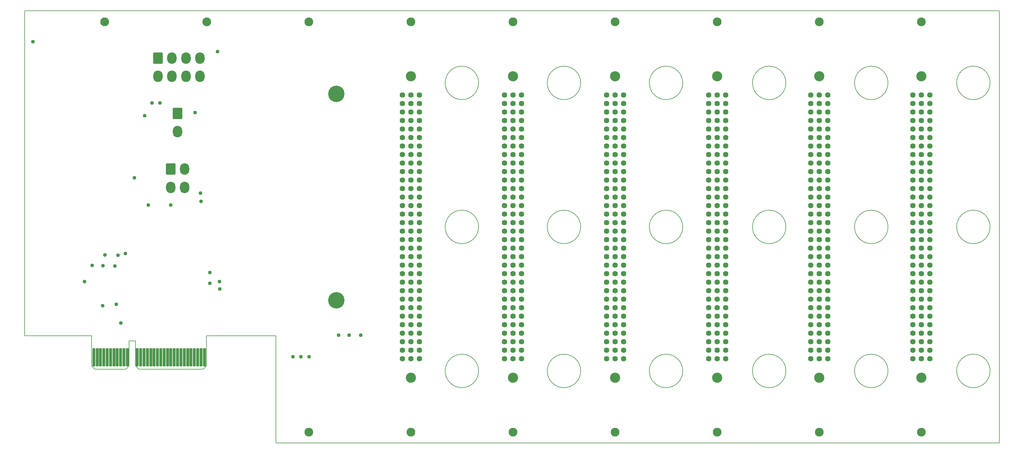
<source format=gbr>
G04 #@! TF.GenerationSoftware,KiCad,Pcbnew,6.0.7-f9a2dced07~116~ubuntu22.04.1*
G04 #@! TF.CreationDate,2023-05-31T10:56:10+01:00*
G04 #@! TF.ProjectId,hiltop_backplane_brd,68696c74-6f70-45f6-9261-636b706c616e,A*
G04 #@! TF.SameCoordinates,Original*
G04 #@! TF.FileFunction,Soldermask,Bot*
G04 #@! TF.FilePolarity,Negative*
%FSLAX46Y46*%
G04 Gerber Fmt 4.6, Leading zero omitted, Abs format (unit mm)*
G04 Created by KiCad (PCBNEW 6.0.7-f9a2dced07~116~ubuntu22.04.1) date 2023-05-31 10:56:10*
%MOMM*%
%LPD*%
G01*
G04 APERTURE LIST*
G04 Aperture macros list*
%AMRoundRect*
0 Rectangle with rounded corners*
0 $1 Rounding radius*
0 $2 $3 $4 $5 $6 $7 $8 $9 X,Y pos of 4 corners*
0 Add a 4 corners polygon primitive as box body*
4,1,4,$2,$3,$4,$5,$6,$7,$8,$9,$2,$3,0*
0 Add four circle primitives for the rounded corners*
1,1,$1+$1,$2,$3*
1,1,$1+$1,$4,$5*
1,1,$1+$1,$6,$7*
1,1,$1+$1,$8,$9*
0 Add four rect primitives between the rounded corners*
20,1,$1+$1,$2,$3,$4,$5,0*
20,1,$1+$1,$4,$5,$6,$7,0*
20,1,$1+$1,$6,$7,$8,$9,0*
20,1,$1+$1,$8,$9,$2,$3,0*%
G04 Aperture macros list end*
G04 #@! TA.AperFunction,Profile*
%ADD10C,0.150000*%
G04 #@! TD*
%ADD11C,3.020680*%
%ADD12C,1.621140*%
%ADD13RoundRect,0.310001X-1.099999X-1.399999X1.099999X-1.399999X1.099999X1.399999X-1.099999X1.399999X0*%
%ADD14O,2.820000X3.420000*%
%ADD15RoundRect,0.060000X-0.375000X-2.650000X0.375000X-2.650000X0.375000X2.650000X-0.375000X2.650000X0*%
%ADD16C,1.120000*%
%ADD17C,2.620000*%
%ADD18C,4.900000*%
G04 APERTURE END LIST*
D10*
X179840000Y-50700000D02*
G75*
G03*
X179840000Y-50700000I-5000000J0D01*
G01*
X210320000Y-50700000D02*
G75*
G03*
X210320000Y-50700000I-5000000J0D01*
G01*
X240800000Y-50700000D02*
G75*
G03*
X240800000Y-50700000I-5000000J0D01*
G01*
X210320000Y-93700000D02*
G75*
G03*
X210320000Y-93700000I-5000000J0D01*
G01*
X240800000Y-93700000D02*
G75*
G03*
X240800000Y-93700000I-5000000J0D01*
G01*
X179840000Y-136700000D02*
G75*
G03*
X179840000Y-136700000I-5000000J0D01*
G01*
X210320000Y-136700000D02*
G75*
G03*
X210320000Y-136700000I-5000000J0D01*
G01*
X240800000Y-136700000D02*
G75*
G03*
X240800000Y-136700000I-5000000J0D01*
G01*
X179840000Y-93700000D02*
G75*
G03*
X179840000Y-93700000I-5000000J0D01*
G01*
X271600000Y-136700000D02*
G75*
G03*
X271600000Y-136700000I-5000000J0D01*
G01*
X65300000Y-136200000D02*
X74500000Y-136200000D01*
X75500000Y-135200000D02*
X75500000Y-127700000D01*
X98600000Y-126200000D02*
X119300000Y-126200000D01*
X302080000Y-136700000D02*
G75*
G03*
X302080000Y-136700000I-5000000J0D01*
G01*
X332560000Y-93700000D02*
G75*
G03*
X332560000Y-93700000I-5000000J0D01*
G01*
X75500000Y-135200000D02*
X74500000Y-136200000D01*
X97600000Y-136200000D02*
X98600000Y-135200000D01*
X332560000Y-50700000D02*
G75*
G03*
X332560000Y-50700000I-5000000J0D01*
G01*
X271600000Y-50700000D02*
G75*
G03*
X271600000Y-50700000I-5000000J0D01*
G01*
X302080000Y-93700000D02*
G75*
G03*
X302080000Y-93700000I-5000000J0D01*
G01*
X44300000Y-29200000D02*
X335300000Y-29200000D01*
X64300000Y-135200000D02*
X64300000Y-126200000D01*
X271600000Y-93700000D02*
G75*
G03*
X271600000Y-93700000I-5000000J0D01*
G01*
X332560000Y-136700000D02*
G75*
G03*
X332560000Y-136700000I-5000000J0D01*
G01*
X77400000Y-135200000D02*
X78400000Y-136200000D01*
X119300000Y-136200000D02*
X119300000Y-158200000D01*
X44300000Y-126200000D02*
X44300000Y-29200000D01*
X119300000Y-126200000D02*
X119300000Y-136200000D01*
X78400000Y-136200000D02*
X97600000Y-136200000D01*
X64300000Y-135200000D02*
X65300000Y-136200000D01*
X75500000Y-127700000D02*
X77400000Y-127700000D01*
X98600000Y-135200000D02*
X98600000Y-127700000D01*
X335300000Y-29200000D02*
X335300000Y-158200000D01*
X302080000Y-50700000D02*
G75*
G03*
X302080000Y-50700000I-5000000J0D01*
G01*
X98600000Y-127700000D02*
X98600000Y-126200000D01*
X335300000Y-158200000D02*
X119300000Y-158200000D01*
X77400000Y-127700000D02*
X77400000Y-135200000D01*
X64300000Y-126200000D02*
X44300000Y-126200000D01*
X179840000Y-50700000D02*
G75*
G03*
X179840000Y-50700000I-5000000J0D01*
G01*
X210320000Y-50700000D02*
G75*
G03*
X210320000Y-50700000I-5000000J0D01*
G01*
X240800000Y-50700000D02*
G75*
G03*
X240800000Y-50700000I-5000000J0D01*
G01*
X210320000Y-93700000D02*
G75*
G03*
X210320000Y-93700000I-5000000J0D01*
G01*
X240800000Y-93700000D02*
G75*
G03*
X240800000Y-93700000I-5000000J0D01*
G01*
X179840000Y-136700000D02*
G75*
G03*
X179840000Y-136700000I-5000000J0D01*
G01*
X210320000Y-136700000D02*
G75*
G03*
X210320000Y-136700000I-5000000J0D01*
G01*
X240800000Y-136700000D02*
G75*
G03*
X240800000Y-136700000I-5000000J0D01*
G01*
X179840000Y-93700000D02*
G75*
G03*
X179840000Y-93700000I-5000000J0D01*
G01*
X271600000Y-136700000D02*
G75*
G03*
X271600000Y-136700000I-5000000J0D01*
G01*
X65300000Y-136200000D02*
X74500000Y-136200000D01*
X75500000Y-135200000D02*
X75500000Y-127700000D01*
X98600000Y-126200000D02*
X119300000Y-126200000D01*
X302080000Y-136700000D02*
G75*
G03*
X302080000Y-136700000I-5000000J0D01*
G01*
X332560000Y-93700000D02*
G75*
G03*
X332560000Y-93700000I-5000000J0D01*
G01*
X75500000Y-135200000D02*
X74500000Y-136200000D01*
X97600000Y-136200000D02*
X98600000Y-135200000D01*
X332560000Y-50700000D02*
G75*
G03*
X332560000Y-50700000I-5000000J0D01*
G01*
X271600000Y-50700000D02*
G75*
G03*
X271600000Y-50700000I-5000000J0D01*
G01*
X302080000Y-93700000D02*
G75*
G03*
X302080000Y-93700000I-5000000J0D01*
G01*
X44300000Y-29200000D02*
X335300000Y-29200000D01*
X64300000Y-135200000D02*
X64300000Y-126200000D01*
X271600000Y-93700000D02*
G75*
G03*
X271600000Y-93700000I-5000000J0D01*
G01*
X332560000Y-136700000D02*
G75*
G03*
X332560000Y-136700000I-5000000J0D01*
G01*
X77400000Y-135200000D02*
X78400000Y-136200000D01*
X119300000Y-136200000D02*
X119300000Y-158200000D01*
X44300000Y-126200000D02*
X44300000Y-29200000D01*
X119300000Y-126200000D02*
X119300000Y-136200000D01*
X78400000Y-136200000D02*
X97600000Y-136200000D01*
X64300000Y-135200000D02*
X65300000Y-136200000D01*
X75500000Y-127700000D02*
X77400000Y-127700000D01*
X98600000Y-135200000D02*
X98600000Y-127700000D01*
X335300000Y-29200000D02*
X335300000Y-158200000D01*
X302080000Y-50700000D02*
G75*
G03*
X302080000Y-50700000I-5000000J0D01*
G01*
X98600000Y-127700000D02*
X98600000Y-126200000D01*
X335300000Y-158200000D02*
X119300000Y-158200000D01*
X77400000Y-127700000D02*
X77400000Y-135200000D01*
X64300000Y-126200000D02*
X44300000Y-126200000D01*
D11*
X159600000Y-48703900D03*
X159600000Y-138696100D03*
D12*
X157060000Y-54330000D03*
X159600000Y-54330000D03*
X162140000Y-54330000D03*
X157060000Y-56870000D03*
X159600000Y-56870000D03*
X162140000Y-56870000D03*
X157060000Y-59410000D03*
X159600000Y-59410000D03*
X162140000Y-59410000D03*
X157060000Y-61950000D03*
X159600000Y-61950000D03*
X162140000Y-61950000D03*
X157060000Y-64490000D03*
X159600000Y-64490000D03*
X162140000Y-64490000D03*
X157060000Y-67030000D03*
X159600000Y-67030000D03*
X162140000Y-67030000D03*
X157060000Y-69570000D03*
X159600000Y-69570000D03*
X162140000Y-69570000D03*
X157060000Y-72110000D03*
X159600000Y-72110000D03*
X162140000Y-72110000D03*
X157060000Y-74650000D03*
X159600000Y-74650000D03*
X162140000Y-74650000D03*
X157060000Y-77190000D03*
X159600000Y-77190000D03*
X162140000Y-77190000D03*
X157060000Y-79730000D03*
X159600000Y-79730000D03*
X162140000Y-79730000D03*
X157060000Y-82270000D03*
X159600000Y-82270000D03*
X162140000Y-82270000D03*
X157060000Y-84810000D03*
X159600000Y-84810000D03*
X162140000Y-84810000D03*
X157060000Y-87350000D03*
X159600000Y-87350000D03*
X162140000Y-87350000D03*
X157060000Y-89890000D03*
X159600000Y-89890000D03*
X162140000Y-89890000D03*
X157060000Y-92430000D03*
X159600000Y-92430000D03*
X162140000Y-92430000D03*
X157060000Y-94970000D03*
X159600000Y-94970000D03*
X162140000Y-94970000D03*
X157060000Y-97510000D03*
X159600000Y-97510000D03*
X162140000Y-97510000D03*
X157060000Y-100050000D03*
X159600000Y-100050000D03*
X162140000Y-100050000D03*
X157060000Y-102590000D03*
X159600000Y-102590000D03*
X162140000Y-102590000D03*
X157060000Y-105130000D03*
X159600000Y-105130000D03*
X162140000Y-105130000D03*
X157060000Y-107670000D03*
X159600000Y-107670000D03*
X162140000Y-107670000D03*
X157060000Y-110210000D03*
X159600000Y-110210000D03*
X162140000Y-110210000D03*
X157060000Y-112750000D03*
X159600000Y-112750000D03*
X162140000Y-112750000D03*
X157060000Y-115290000D03*
X159600000Y-115290000D03*
X162140000Y-115290000D03*
X157060000Y-117830000D03*
X159600000Y-117830000D03*
X162140000Y-117830000D03*
X157060000Y-120370000D03*
X159600000Y-120370000D03*
X162140000Y-120370000D03*
X157060000Y-122910000D03*
X159600000Y-122910000D03*
X162140000Y-122910000D03*
X157060000Y-125450000D03*
X159600000Y-125450000D03*
X162140000Y-125450000D03*
X157060000Y-127990000D03*
X159600000Y-127990000D03*
X162140000Y-127990000D03*
X157060000Y-130530000D03*
X159600000Y-130530000D03*
X162140000Y-130530000D03*
X157060000Y-133070000D03*
X159600000Y-133070000D03*
X162140000Y-133070000D03*
D11*
X190080000Y-138696100D03*
X190080000Y-48703900D03*
D12*
X187540000Y-54330000D03*
X190080000Y-54330000D03*
X192620000Y-54330000D03*
X187540000Y-56870000D03*
X190080000Y-56870000D03*
X192620000Y-56870000D03*
X187540000Y-59410000D03*
X190080000Y-59410000D03*
X192620000Y-59410000D03*
X187540000Y-61950000D03*
X190080000Y-61950000D03*
X192620000Y-61950000D03*
X187540000Y-64490000D03*
X190080000Y-64490000D03*
X192620000Y-64490000D03*
X187540000Y-67030000D03*
X190080000Y-67030000D03*
X192620000Y-67030000D03*
X187540000Y-69570000D03*
X190080000Y-69570000D03*
X192620000Y-69570000D03*
X187540000Y-72110000D03*
X190080000Y-72110000D03*
X192620000Y-72110000D03*
X187540000Y-74650000D03*
X190080000Y-74650000D03*
X192620000Y-74650000D03*
X187540000Y-77190000D03*
X190080000Y-77190000D03*
X192620000Y-77190000D03*
X187540000Y-79730000D03*
X190080000Y-79730000D03*
X192620000Y-79730000D03*
X187540000Y-82270000D03*
X190080000Y-82270000D03*
X192620000Y-82270000D03*
X187540000Y-84810000D03*
X190080000Y-84810000D03*
X192620000Y-84810000D03*
X187540000Y-87350000D03*
X190080000Y-87350000D03*
X192620000Y-87350000D03*
X187540000Y-89890000D03*
X190080000Y-89890000D03*
X192620000Y-89890000D03*
X187540000Y-92430000D03*
X190080000Y-92430000D03*
X192620000Y-92430000D03*
X187540000Y-94970000D03*
X190080000Y-94970000D03*
X192620000Y-94970000D03*
X187540000Y-97510000D03*
X190080000Y-97510000D03*
X192620000Y-97510000D03*
X187540000Y-100050000D03*
X190080000Y-100050000D03*
X192620000Y-100050000D03*
X187540000Y-102590000D03*
X190080000Y-102590000D03*
X192620000Y-102590000D03*
X187540000Y-105130000D03*
X190080000Y-105130000D03*
X192620000Y-105130000D03*
X187540000Y-107670000D03*
X190080000Y-107670000D03*
X192620000Y-107670000D03*
X187540000Y-110210000D03*
X190080000Y-110210000D03*
X192620000Y-110210000D03*
X187540000Y-112750000D03*
X190080000Y-112750000D03*
X192620000Y-112750000D03*
X187540000Y-115290000D03*
X190080000Y-115290000D03*
X192620000Y-115290000D03*
X187540000Y-117830000D03*
X190080000Y-117830000D03*
X192620000Y-117830000D03*
X187540000Y-120370000D03*
X190080000Y-120370000D03*
X192620000Y-120370000D03*
X187540000Y-122910000D03*
X190080000Y-122910000D03*
X192620000Y-122910000D03*
X187540000Y-125450000D03*
X190080000Y-125450000D03*
X192620000Y-125450000D03*
X187540000Y-127990000D03*
X190080000Y-127990000D03*
X192620000Y-127990000D03*
X187540000Y-130530000D03*
X190080000Y-130530000D03*
X192620000Y-130530000D03*
X187540000Y-133070000D03*
X190080000Y-133070000D03*
X192620000Y-133070000D03*
D11*
X220560000Y-48703900D03*
X220560000Y-138696100D03*
D12*
X218020000Y-54330000D03*
X220560000Y-54330000D03*
X223100000Y-54330000D03*
X218020000Y-56870000D03*
X220560000Y-56870000D03*
X223100000Y-56870000D03*
X218020000Y-59410000D03*
X220560000Y-59410000D03*
X223100000Y-59410000D03*
X218020000Y-61950000D03*
X220560000Y-61950000D03*
X223100000Y-61950000D03*
X218020000Y-64490000D03*
X220560000Y-64490000D03*
X223100000Y-64490000D03*
X218020000Y-67030000D03*
X220560000Y-67030000D03*
X223100000Y-67030000D03*
X218020000Y-69570000D03*
X220560000Y-69570000D03*
X223100000Y-69570000D03*
X218020000Y-72110000D03*
X220560000Y-72110000D03*
X223100000Y-72110000D03*
X218020000Y-74650000D03*
X220560000Y-74650000D03*
X223100000Y-74650000D03*
X218020000Y-77190000D03*
X220560000Y-77190000D03*
X223100000Y-77190000D03*
X218020000Y-79730000D03*
X220560000Y-79730000D03*
X223100000Y-79730000D03*
X218020000Y-82270000D03*
X220560000Y-82270000D03*
X223100000Y-82270000D03*
X218020000Y-84810000D03*
X220560000Y-84810000D03*
X223100000Y-84810000D03*
X218020000Y-87350000D03*
X220560000Y-87350000D03*
X223100000Y-87350000D03*
X218020000Y-89890000D03*
X220560000Y-89890000D03*
X223100000Y-89890000D03*
X218020000Y-92430000D03*
X220560000Y-92430000D03*
X223100000Y-92430000D03*
X218020000Y-94970000D03*
X220560000Y-94970000D03*
X223100000Y-94970000D03*
X218020000Y-97510000D03*
X220560000Y-97510000D03*
X223100000Y-97510000D03*
X218020000Y-100050000D03*
X220560000Y-100050000D03*
X223100000Y-100050000D03*
X218020000Y-102590000D03*
X220560000Y-102590000D03*
X223100000Y-102590000D03*
X218020000Y-105130000D03*
X220560000Y-105130000D03*
X223100000Y-105130000D03*
X218020000Y-107670000D03*
X220560000Y-107670000D03*
X223100000Y-107670000D03*
X218020000Y-110210000D03*
X220560000Y-110210000D03*
X223100000Y-110210000D03*
X218020000Y-112750000D03*
X220560000Y-112750000D03*
X223100000Y-112750000D03*
X218020000Y-115290000D03*
X220560000Y-115290000D03*
X223100000Y-115290000D03*
X218020000Y-117830000D03*
X220560000Y-117830000D03*
X223100000Y-117830000D03*
X218020000Y-120370000D03*
X220560000Y-120370000D03*
X223100000Y-120370000D03*
X218020000Y-122910000D03*
X220560000Y-122910000D03*
X223100000Y-122910000D03*
X218020000Y-125450000D03*
X220560000Y-125450000D03*
X223100000Y-125450000D03*
X218020000Y-127990000D03*
X220560000Y-127990000D03*
X223100000Y-127990000D03*
X218020000Y-130530000D03*
X220560000Y-130530000D03*
X223100000Y-130530000D03*
X218020000Y-133070000D03*
X220560000Y-133070000D03*
X223100000Y-133070000D03*
D13*
X84074000Y-43268000D03*
D14*
X88274000Y-43268000D03*
X92474000Y-43268000D03*
X96674000Y-43268000D03*
X84074000Y-48768000D03*
X88274000Y-48768000D03*
X92474000Y-48768000D03*
X96674000Y-48768000D03*
D13*
X89916000Y-59778000D03*
D14*
X89916000Y-65278000D03*
D13*
X87884000Y-76454000D03*
D14*
X92084000Y-76454000D03*
X87884000Y-81954000D03*
X92084000Y-81954000D03*
D15*
X64954000Y-132600000D03*
X65954000Y-132600000D03*
X66954000Y-132600000D03*
X67954000Y-132600000D03*
X68954000Y-132600000D03*
X69954000Y-132600000D03*
X70954000Y-132600000D03*
X71954000Y-132600000D03*
X72954000Y-132600000D03*
X73954000Y-132600000D03*
X74954000Y-132600000D03*
X77954000Y-132600000D03*
X78954000Y-132600000D03*
X79954000Y-132600000D03*
X80954000Y-132600000D03*
X81954000Y-132600000D03*
X82954000Y-132600000D03*
X83954000Y-132600000D03*
X84954000Y-132600000D03*
X85954000Y-132600000D03*
X86954000Y-132600000D03*
X87954000Y-132600000D03*
X88954000Y-132600000D03*
X89954000Y-132600000D03*
X90954000Y-132600000D03*
X91954000Y-132600000D03*
X92954000Y-132600000D03*
X93954000Y-132600000D03*
X94954000Y-132600000D03*
X95954000Y-132600000D03*
X96954000Y-132600000D03*
X97954000Y-132600000D03*
D16*
X67600000Y-117200000D03*
X71700000Y-116800000D03*
X62200000Y-110000000D03*
X73000000Y-122400000D03*
X138000000Y-126000000D03*
X141200000Y-126000000D03*
X144600000Y-126000000D03*
X68300000Y-102100000D03*
X67700000Y-105300000D03*
X64500000Y-105200000D03*
X71200000Y-105400000D03*
X102600000Y-112200000D03*
X102500000Y-110000000D03*
X99600000Y-110500000D03*
X77090000Y-79040000D03*
X99600000Y-107300000D03*
X81200000Y-87200000D03*
X72130000Y-102140000D03*
X74350000Y-101620000D03*
X46800000Y-38400000D03*
X101900000Y-41400000D03*
X95200000Y-59600000D03*
X82300000Y-56700000D03*
X84700000Y-56700000D03*
X80120000Y-60470000D03*
X87900000Y-87200000D03*
X96800000Y-83600000D03*
X97010000Y-86030000D03*
D17*
X312000000Y-32450000D03*
X129120000Y-32450000D03*
X281520000Y-32450000D03*
X129120000Y-154950000D03*
X159600000Y-154950000D03*
X98640000Y-32450000D03*
X220560000Y-154950000D03*
X190080000Y-32450000D03*
X220560000Y-32450000D03*
D16*
X124400000Y-132500000D03*
D17*
X251040000Y-32450000D03*
D11*
X251040000Y-138696100D03*
X251040000Y-48703900D03*
D12*
X248500000Y-54330000D03*
X251040000Y-54330000D03*
X253580000Y-54330000D03*
X248500000Y-56870000D03*
X251040000Y-56870000D03*
X253580000Y-56870000D03*
X248500000Y-59410000D03*
X251040000Y-59410000D03*
X253580000Y-59410000D03*
X248500000Y-61950000D03*
X251040000Y-61950000D03*
X253580000Y-61950000D03*
X248500000Y-64490000D03*
X251040000Y-64490000D03*
X253580000Y-64490000D03*
X248500000Y-67030000D03*
X251040000Y-67030000D03*
X253580000Y-67030000D03*
X248500000Y-69570000D03*
X251040000Y-69570000D03*
X253580000Y-69570000D03*
X248500000Y-72110000D03*
X251040000Y-72110000D03*
X253580000Y-72110000D03*
X248500000Y-74650000D03*
X251040000Y-74650000D03*
X253580000Y-74650000D03*
X248500000Y-77190000D03*
X251040000Y-77190000D03*
X253580000Y-77190000D03*
X248500000Y-79730000D03*
X251040000Y-79730000D03*
X253580000Y-79730000D03*
X248500000Y-82270000D03*
X251040000Y-82270000D03*
X253580000Y-82270000D03*
X248500000Y-84810000D03*
X251040000Y-84810000D03*
X253580000Y-84810000D03*
X248500000Y-87350000D03*
X251040000Y-87350000D03*
X253580000Y-87350000D03*
X248500000Y-89890000D03*
X251040000Y-89890000D03*
X253580000Y-89890000D03*
X248500000Y-92430000D03*
X251040000Y-92430000D03*
X253580000Y-92430000D03*
X248500000Y-94970000D03*
X251040000Y-94970000D03*
X253580000Y-94970000D03*
X248500000Y-97510000D03*
X251040000Y-97510000D03*
X253580000Y-97510000D03*
X248500000Y-100050000D03*
X251040000Y-100050000D03*
X253580000Y-100050000D03*
X248500000Y-102590000D03*
X251040000Y-102590000D03*
X253580000Y-102590000D03*
X248500000Y-105130000D03*
X251040000Y-105130000D03*
X253580000Y-105130000D03*
X248500000Y-107670000D03*
X251040000Y-107670000D03*
X253580000Y-107670000D03*
X248500000Y-110210000D03*
X251040000Y-110210000D03*
X253580000Y-110210000D03*
X248500000Y-112750000D03*
X251040000Y-112750000D03*
X253580000Y-112750000D03*
X248500000Y-115290000D03*
X251040000Y-115290000D03*
X253580000Y-115290000D03*
X248500000Y-117830000D03*
X251040000Y-117830000D03*
X253580000Y-117830000D03*
X248500000Y-120370000D03*
X251040000Y-120370000D03*
X253580000Y-120370000D03*
X248500000Y-122910000D03*
X251040000Y-122910000D03*
X253580000Y-122910000D03*
X248500000Y-125450000D03*
X251040000Y-125450000D03*
X253580000Y-125450000D03*
X248500000Y-127990000D03*
X251040000Y-127990000D03*
X253580000Y-127990000D03*
X248500000Y-130530000D03*
X251040000Y-130530000D03*
X253580000Y-130530000D03*
X248500000Y-133070000D03*
X251040000Y-133070000D03*
X253580000Y-133070000D03*
D16*
X129200000Y-132500000D03*
D17*
X68160000Y-32450000D03*
D11*
X312000000Y-138696100D03*
X312000000Y-48703900D03*
D12*
X309460000Y-54330000D03*
X312000000Y-54330000D03*
X314540000Y-54330000D03*
X309460000Y-56870000D03*
X312000000Y-56870000D03*
X314540000Y-56870000D03*
X309460000Y-59410000D03*
X312000000Y-59410000D03*
X314540000Y-59410000D03*
X309460000Y-61950000D03*
X312000000Y-61950000D03*
X314540000Y-61950000D03*
X309460000Y-64490000D03*
X312000000Y-64490000D03*
X314540000Y-64490000D03*
X309460000Y-67030000D03*
X312000000Y-67030000D03*
X314540000Y-67030000D03*
X309460000Y-69570000D03*
X312000000Y-69570000D03*
X314540000Y-69570000D03*
X309460000Y-72110000D03*
X312000000Y-72110000D03*
X314540000Y-72110000D03*
X309460000Y-74650000D03*
X312000000Y-74650000D03*
X314540000Y-74650000D03*
X309460000Y-77190000D03*
X312000000Y-77190000D03*
X314540000Y-77190000D03*
X309460000Y-79730000D03*
X312000000Y-79730000D03*
X314540000Y-79730000D03*
X309460000Y-82270000D03*
X312000000Y-82270000D03*
X314540000Y-82270000D03*
X309460000Y-84810000D03*
X312000000Y-84810000D03*
X314540000Y-84810000D03*
X309460000Y-87350000D03*
X312000000Y-87350000D03*
X314540000Y-87350000D03*
X309460000Y-89890000D03*
X312000000Y-89890000D03*
X314540000Y-89890000D03*
X309460000Y-92430000D03*
X312000000Y-92430000D03*
X314540000Y-92430000D03*
X309460000Y-94970000D03*
X312000000Y-94970000D03*
X314540000Y-94970000D03*
X309460000Y-97510000D03*
X312000000Y-97510000D03*
X314540000Y-97510000D03*
X309460000Y-100050000D03*
X312000000Y-100050000D03*
X314540000Y-100050000D03*
X309460000Y-102590000D03*
X312000000Y-102590000D03*
X314540000Y-102590000D03*
X309460000Y-105130000D03*
X312000000Y-105130000D03*
X314540000Y-105130000D03*
X309460000Y-107670000D03*
X312000000Y-107670000D03*
X314540000Y-107670000D03*
X309460000Y-110210000D03*
X312000000Y-110210000D03*
X314540000Y-110210000D03*
X309460000Y-112750000D03*
X312000000Y-112750000D03*
X314540000Y-112750000D03*
X309460000Y-115290000D03*
X312000000Y-115290000D03*
X314540000Y-115290000D03*
X309460000Y-117830000D03*
X312000000Y-117830000D03*
X314540000Y-117830000D03*
X309460000Y-120370000D03*
X312000000Y-120370000D03*
X314540000Y-120370000D03*
X309460000Y-122910000D03*
X312000000Y-122910000D03*
X314540000Y-122910000D03*
X309460000Y-125450000D03*
X312000000Y-125450000D03*
X314540000Y-125450000D03*
X309460000Y-127990000D03*
X312000000Y-127990000D03*
X314540000Y-127990000D03*
X309460000Y-130530000D03*
X312000000Y-130530000D03*
X314540000Y-130530000D03*
X309460000Y-133070000D03*
X312000000Y-133070000D03*
X314540000Y-133070000D03*
D11*
X281520000Y-138696100D03*
X281520000Y-48703900D03*
D12*
X278980000Y-54330000D03*
X281520000Y-54330000D03*
X284060000Y-54330000D03*
X278980000Y-56870000D03*
X281520000Y-56870000D03*
X284060000Y-56870000D03*
X278980000Y-59410000D03*
X281520000Y-59410000D03*
X284060000Y-59410000D03*
X278980000Y-61950000D03*
X281520000Y-61950000D03*
X284060000Y-61950000D03*
X278980000Y-64490000D03*
X281520000Y-64490000D03*
X284060000Y-64490000D03*
X278980000Y-67030000D03*
X281520000Y-67030000D03*
X284060000Y-67030000D03*
X278980000Y-69570000D03*
X281520000Y-69570000D03*
X284060000Y-69570000D03*
X278980000Y-72110000D03*
X281520000Y-72110000D03*
X284060000Y-72110000D03*
X278980000Y-74650000D03*
X281520000Y-74650000D03*
X284060000Y-74650000D03*
X278980000Y-77190000D03*
X281520000Y-77190000D03*
X284060000Y-77190000D03*
X278980000Y-79730000D03*
X281520000Y-79730000D03*
X284060000Y-79730000D03*
X278980000Y-82270000D03*
X281520000Y-82270000D03*
X284060000Y-82270000D03*
X278980000Y-84810000D03*
X281520000Y-84810000D03*
X284060000Y-84810000D03*
X278980000Y-87350000D03*
X281520000Y-87350000D03*
X284060000Y-87350000D03*
X278980000Y-89890000D03*
X281520000Y-89890000D03*
X284060000Y-89890000D03*
X278980000Y-92430000D03*
X281520000Y-92430000D03*
X284060000Y-92430000D03*
X278980000Y-94970000D03*
X281520000Y-94970000D03*
X284060000Y-94970000D03*
X278980000Y-97510000D03*
X281520000Y-97510000D03*
X284060000Y-97510000D03*
X278980000Y-100050000D03*
X281520000Y-100050000D03*
X284060000Y-100050000D03*
X278980000Y-102590000D03*
X281520000Y-102590000D03*
X284060000Y-102590000D03*
X278980000Y-105130000D03*
X281520000Y-105130000D03*
X284060000Y-105130000D03*
X278980000Y-107670000D03*
X281520000Y-107670000D03*
X284060000Y-107670000D03*
X278980000Y-110210000D03*
X281520000Y-110210000D03*
X284060000Y-110210000D03*
X278980000Y-112750000D03*
X281520000Y-112750000D03*
X284060000Y-112750000D03*
X278980000Y-115290000D03*
X281520000Y-115290000D03*
X284060000Y-115290000D03*
X278980000Y-117830000D03*
X281520000Y-117830000D03*
X284060000Y-117830000D03*
X278980000Y-120370000D03*
X281520000Y-120370000D03*
X284060000Y-120370000D03*
X278980000Y-122910000D03*
X281520000Y-122910000D03*
X284060000Y-122910000D03*
X278980000Y-125450000D03*
X281520000Y-125450000D03*
X284060000Y-125450000D03*
X278980000Y-127990000D03*
X281520000Y-127990000D03*
X284060000Y-127990000D03*
X278980000Y-130530000D03*
X281520000Y-130530000D03*
X284060000Y-130530000D03*
X278980000Y-133070000D03*
X281520000Y-133070000D03*
X284060000Y-133070000D03*
D17*
X159600000Y-32450000D03*
X190080000Y-154950000D03*
X281520000Y-154950000D03*
D18*
X137400000Y-54000000D03*
X137400000Y-115600000D03*
D17*
X251040000Y-154950000D03*
D16*
X126800000Y-132500000D03*
D17*
X312000000Y-154950000D03*
M02*

</source>
